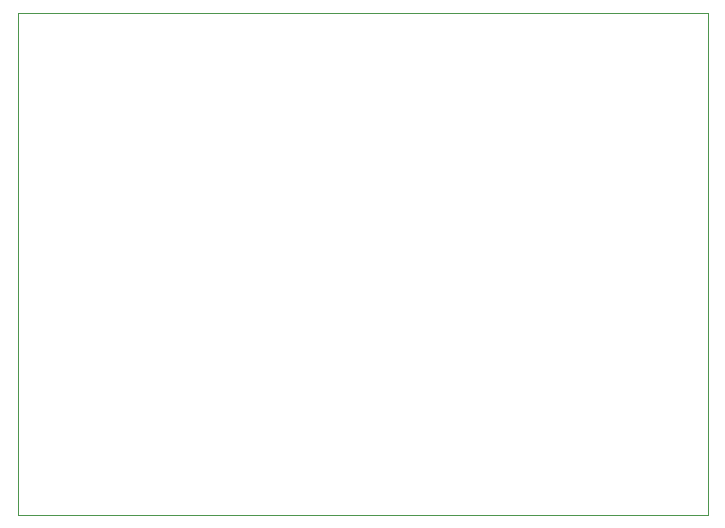
<source format=gbr>
G04 #@! TF.GenerationSoftware,KiCad,Pcbnew,(5.1.2)-2*
G04 #@! TF.CreationDate,2019-07-08T11:26:54+08:00*
G04 #@! TF.ProjectId,eval-board-ADA4817-1,6576616c-2d62-46f6-9172-642d41444134,rev?*
G04 #@! TF.SameCoordinates,Original*
G04 #@! TF.FileFunction,Profile,NP*
%FSLAX46Y46*%
G04 Gerber Fmt 4.6, Leading zero omitted, Abs format (unit mm)*
G04 Created by KiCad (PCBNEW (5.1.2)-2) date 2019-07-08 11:26:54*
%MOMM*%
%LPD*%
G04 APERTURE LIST*
%ADD10C,0.050000*%
G04 APERTURE END LIST*
D10*
X116205000Y-98425000D02*
X116205000Y-99695000D01*
X174625000Y-98425000D02*
X116205000Y-98425000D01*
X174625000Y-140970000D02*
X174625000Y-98425000D01*
X116205000Y-140970000D02*
X174625000Y-140970000D01*
X116205000Y-99695000D02*
X116205000Y-140970000D01*
M02*

</source>
